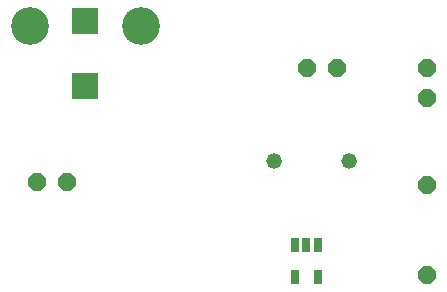
<source format=gts>
G75*
%MOIN*%
%OFA0B0*%
%FSLAX25Y25*%
%IPPOS*%
%LPD*%
%AMOC8*
5,1,8,0,0,1.08239X$1,22.5*
%
%ADD10OC8,0.06000*%
%ADD11R,0.03162X0.05131*%
%ADD12R,0.09068X0.09068*%
%ADD13C,0.12611*%
%ADD14C,0.05200*%
D10*
X0020000Y0059000D03*
X0030000Y0059000D03*
X0110000Y0097000D03*
X0120000Y0097000D03*
X0150000Y0097000D03*
X0150000Y0087000D03*
X0150000Y0058000D03*
X0150000Y0028000D03*
D11*
X0113480Y0027370D03*
X0106000Y0027370D03*
X0106000Y0038000D03*
X0109740Y0038000D03*
X0113480Y0038000D03*
D12*
X0036000Y0091173D03*
X0036000Y0112827D03*
D13*
X0017496Y0111016D03*
X0054504Y0111016D03*
D14*
X0099000Y0066000D03*
X0124000Y0066000D03*
M02*

</source>
